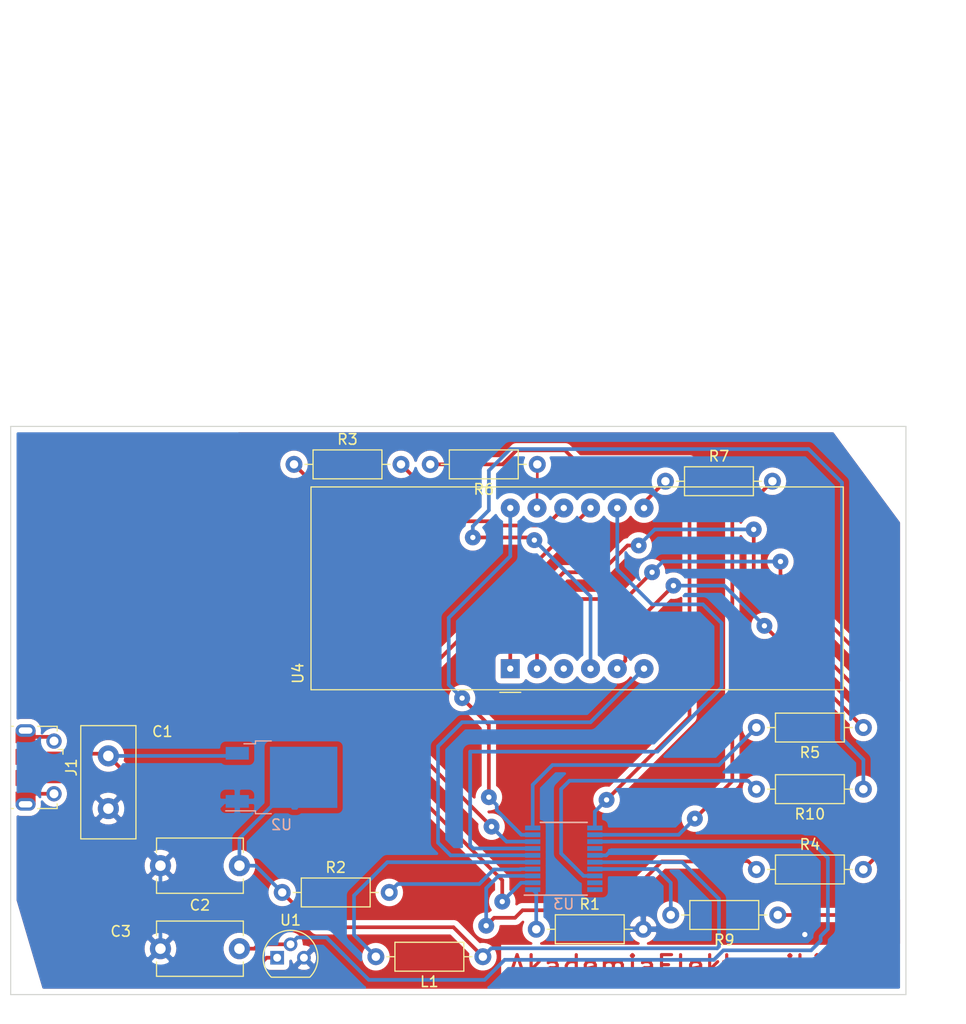
<source format=kicad_pcb>
(kicad_pcb (version 20171130) (host pcbnew 5.1.2-1.fc30)
  (layers (0 F.Cu signal) (31 B.Cu signal) (34 B.Paste user) (35 F.Paste user) (36 B.SilkS user) (37 F.SilkS user) (38 B.Mask user) (39 F.Mask user) (44 Edge.Cuts user))
  (net 0 "")
  (net 1 GND)
  (net 2 "Net-(R1-Pad1)")
  (net 3 "Net-(R2-Pad2)")
  (net 4 SF)
  (net 5 SE)
  (net 6 D4)
  (net 7 D3)
  (net 8 D2)
  (net 9 D1)
  (net 10 SG)
  (net 11 SA)
  (net 12 SB)
  (net 13 "Net-(U3-Pad14)")
  (net 14 SD)
  (net 15 SC)
  (net 16 "Net-(U3-Pad19)")
  (net 17 "Net-(U3-Pad20)")
  (net 18 "Net-(U4-Pad3)")
  (net 19 "Net-(C2-Pad1)")
  (net 20 "Net-(C3-Pad1)")
  (net 21 "Net-(L1-Pad2)")
  (net 22 "Net-(R3-Pad1)")
  (net 23 "Net-(R4-Pad1)")
  (net 24 "Net-(R5-Pad2)")
  (net 25 "Net-(R6-Pad2)")
  (net 26 "Net-(R7-Pad2)")
  (net 27 "Net-(R9-Pad2)")
  (net 28 "Net-(R10-Pad2)")
  (net 29 +5V)
  (net 30 "Net-(J1-Pad6)")
  (net 31 "Net-(J1-Pad2)")
  (net 32 "Net-(J1-Pad4)")
  (net 33 "Net-(J1-Pad3)")
  (module Resistor_THT:R_Axial_DIN0207_L6.3mm_D2.5mm_P10.16mm_Horizontal (layer F.Cu) (at 162.6 74.6)
    (fp_text reference R3 (at 5.08 -2.37) (layer F.SilkS))
    (fp_text value 470)
    (fp_line (start 9.12 0) (end 8.35 0) (layer F.SilkS) (width 0.12))
    (fp_line (start 1.04 0) (end 1.81 0) (layer F.SilkS) (width 0.12))
    (fp_line (start 8.35 -1.37) (end 1.81 -1.37) (layer F.SilkS) (width 0.12))
    (fp_line (start 8.35 1.37) (end 8.35 -1.37) (layer F.SilkS) (width 0.12))
    (fp_line (start 1.81 1.37) (end 8.35 1.37) (layer F.SilkS) (width 0.12))
    (fp_line (start 1.81 -1.37) (end 1.81 1.37) (layer F.SilkS) (width 0.12))
    (pad 2 thru_hole oval (at 10.16 0) (size 1.6 1.6) (drill 0.8) (layers *.Cu *.Mask) (net 4 SF))
    (pad 1 thru_hole circle (at 0 0) (size 1.6 1.6) (drill 0.8) (layers *.Cu *.Mask) (net 22 "Net-(R3-Pad1)"))
  )
  (module Display_7Segment:CA56-12CGKWA (layer F.Cu) (at 183.134 93.98 90)
    (fp_text reference U4 (at -0.44 -20.15 90) (layer F.SilkS))
    (fp_text value CA56-12CGKWA)
    (fp_line (start -2 -18.92) (end 17.24 -18.92) (layer F.SilkS) (width 0.12))
    (fp_line (start -2 -18.92) (end -2 31.62) (layer F.SilkS) (width 0.12))
    (fp_line (start -2 31.62) (end 17.24 31.62) (layer F.SilkS) (width 0.12))
    (fp_line (start 17.24 31.62) (end 17.24 -18.92) (layer F.SilkS) (width 0.12))
    (fp_line (start -2.25 -1) (end -2.25 1) (layer F.SilkS) (width 0.12))
    (pad 1 thru_hole rect (at 0 0 90) (size 1.8 1.8) (drill 0.6) (layers *.Cu *.Mask) (net 5 SE))
    (pad 2 thru_hole circle (at 0 2.54 90) (size 1.8 1.8) (drill 0.6) (layers *.Cu *.Mask) (net 14 SD))
    (pad 3 thru_hole circle (at 0 5.08 90) (size 1.8 1.8) (drill 0.6) (layers *.Cu *.Mask) (net 18 "Net-(U4-Pad3)"))
    (pad 4 thru_hole circle (at 0 7.62 90) (size 1.8 1.8) (drill 0.6) (layers *.Cu *.Mask) (net 15 SC))
    (pad 5 thru_hole circle (at 0 10.16 90) (size 1.8 1.8) (drill 0.6) (layers *.Cu *.Mask) (net 10 SG))
    (pad 6 thru_hole circle (at 0 12.7 90) (size 1.8 1.8) (drill 0.6) (layers *.Cu *.Mask) (net 6 D4))
    (pad 7 thru_hole circle (at 15.24 12.7 90) (size 1.8 1.8) (drill 0.6) (layers *.Cu *.Mask) (net 12 SB))
    (pad 8 thru_hole circle (at 15.24 10.16 90) (size 1.8 1.8) (drill 0.6) (layers *.Cu *.Mask) (net 7 D3))
    (pad 9 thru_hole circle (at 15.24 7.62 90) (size 1.8 1.8) (drill 0.6) (layers *.Cu *.Mask) (net 8 D2))
    (pad 10 thru_hole circle (at 15.24 5.08 90) (size 1.8 1.8) (drill 0.6) (layers *.Cu *.Mask) (net 4 SF))
    (pad 11 thru_hole circle (at 15.24 2.54 90) (size 1.8 1.8) (drill 0.6) (layers *.Cu *.Mask) (net 11 SA))
    (pad 12 thru_hole circle (at 15.24 0 90) (size 1.8 1.8) (drill 0.6) (layers *.Cu *.Mask) (net 9 D1))
  )
  (module Package_TO_SOT_THT:TO-92 (layer F.Cu) (at 161 121.4)
    (fp_text reference U1 (at 1.27 -3.56) (layer F.SilkS))
    (fp_text value LM35-LP)
    (fp_line (start -0.53 1.85) (end 3.07 1.85) (layer F.SilkS) (width 0.12))
    (fp_arc (start 1.27 0) (end 1.27 -2.6) (angle -135) (layer F.SilkS) (width 0.12))
    (fp_arc (start 1.27 0) (end 1.27 -2.6) (angle 135) (layer F.SilkS) (width 0.12))
    (pad 2 thru_hole circle (at 1.27 -1.27 90) (size 1.3 1.3) (drill 0.75) (layers *.Cu *.Mask) (net 20 "Net-(C3-Pad1)"))
    (pad 3 thru_hole circle (at 2.54 0 90) (size 1.3 1.3) (drill 0.75) (layers *.Cu *.Mask) (net 1 GND))
    (pad 1 thru_hole rect (at 0 0 90) (size 1.3 1.3) (drill 0.75) (layers *.Cu *.Mask) (net 29 +5V))
  )
  (module Package_TO_SOT_SMD:TO-252-2 (layer B.Cu) (at 161.414 104.288)
    (fp_text reference U2 (at 0 4.5) (layer B.SilkS) (effects (justify mirror)))
    (fp_text value LM1117-3.3)
    (fp_line (start -0.97 3.45) (end -2.47 3.45) (layer B.SilkS) (width 0.12))
    (fp_line (start -2.47 3.45) (end -2.47 3.18) (layer B.SilkS) (width 0.12))
    (fp_line (start -2.47 3.18) (end -5.3 3.18) (layer B.SilkS) (width 0.12))
    (fp_line (start -0.97 -3.45) (end -2.47 -3.45) (layer B.SilkS) (width 0.12))
    (fp_line (start -2.47 -3.45) (end -2.47 -3.18) (layer B.SilkS) (width 0.12))
    (fp_line (start -2.47 -3.18) (end -3.57 -3.18) (layer B.SilkS) (width 0.12))
    (pad 1 smd rect (at -4.2 2.28) (size 2.2 1.2) (layers B.Cu B.Paste B.Mask) (net 1 GND))
    (pad 3 smd rect (at -4.2 -2.28) (size 2.2 1.2) (layers B.Cu B.Paste B.Mask) (net 29 +5V))
    (pad 2 smd rect (at 2.1 0) (size 6.4 5.8) (layers B.Cu B.Mask) (net 19 "Net-(C2-Pad1)"))
  )
  (module Package_SO:TSSOP-20_4.4x6.5mm_P0.65mm (layer B.Cu) (at 188.214 112.014)
    (fp_text reference U3 (at 0 4.3) (layer B.SilkS) (effects (justify mirror)))
    (fp_text value STM32F030F4Px)
    (fp_line (start -2.225 -3.45) (end 2.225 -3.45) (layer B.SilkS) (width 0.15))
    (fp_line (start -3.75 3.45) (end 2.225 3.45) (layer B.SilkS) (width 0.15))
    (pad 1 smd rect (at -2.95 2.925) (size 1.45 0.45) (layers B.Cu B.Paste B.Mask) (net 2 "Net-(R1-Pad1)"))
    (pad 2 smd rect (at -2.95 2.275) (size 1.45 0.45) (layers B.Cu B.Paste B.Mask) (net 22 "Net-(R3-Pad1)"))
    (pad 3 smd rect (at -2.95 1.625) (size 1.45 0.45) (layers B.Cu B.Paste B.Mask) (net 23 "Net-(R4-Pad1)"))
    (pad 4 smd rect (at -2.95 0.975) (size 1.45 0.45) (layers B.Cu B.Paste B.Mask) (net 3 "Net-(R2-Pad2)"))
    (pad 5 smd rect (at -2.95 0.325) (size 1.45 0.45) (layers B.Cu B.Paste B.Mask) (net 21 "Net-(L1-Pad2)"))
    (pad 6 smd rect (at -2.95 -0.325) (size 1.45 0.45) (layers B.Cu B.Paste B.Mask) (net 6 D4))
    (pad 7 smd rect (at -2.95 -0.975) (size 1.45 0.45) (layers B.Cu B.Paste B.Mask) (net 7 D3))
    (pad 8 smd rect (at -2.95 -1.625) (size 1.45 0.45) (layers B.Cu B.Paste B.Mask) (net 8 D2))
    (pad 9 smd rect (at -2.95 -2.275) (size 1.45 0.45) (layers B.Cu B.Paste B.Mask) (net 9 D1))
    (pad 10 smd rect (at -2.95 -2.925) (size 1.45 0.45) (layers B.Cu B.Paste B.Mask) (net 24 "Net-(R5-Pad2)"))
    (pad 11 smd rect (at 2.95 -2.925) (size 1.45 0.45) (layers B.Cu B.Paste B.Mask) (net 25 "Net-(R6-Pad2)"))
    (pad 12 smd rect (at 2.95 -2.275) (size 1.45 0.45) (layers B.Cu B.Paste B.Mask) (net 26 "Net-(R7-Pad2)"))
    (pad 13 smd rect (at 2.95 -1.625) (size 1.45 0.45) (layers B.Cu B.Paste B.Mask) (net 20 "Net-(C3-Pad1)"))
    (pad 14 smd rect (at 2.95 -0.975) (size 1.45 0.45) (layers B.Cu B.Paste B.Mask) (net 13 "Net-(U3-Pad14)"))
    (pad 15 smd rect (at 2.95 -0.325) (size 1.45 0.45) (layers B.Cu B.Paste B.Mask) (net 1 GND))
    (pad 16 smd rect (at 2.95 0.325) (size 1.45 0.45) (layers B.Cu B.Paste B.Mask) (net 19 "Net-(C2-Pad1)"))
    (pad 17 smd rect (at 2.95 0.975) (size 1.45 0.45) (layers B.Cu B.Paste B.Mask) (net 27 "Net-(R9-Pad2)"))
    (pad 18 smd rect (at 2.95 1.625) (size 1.45 0.45) (layers B.Cu B.Paste B.Mask) (net 28 "Net-(R10-Pad2)"))
    (pad 19 smd rect (at 2.95 2.275) (size 1.45 0.45) (layers B.Cu B.Paste B.Mask) (net 16 "Net-(U3-Pad19)"))
    (pad 20 smd rect (at 2.95 2.925) (size 1.45 0.45) (layers B.Cu B.Paste B.Mask) (net 17 "Net-(U3-Pad20)"))
  )
  (module Capacitor_THT:C_Disc_D10.5mm_W5.0mm_P5.00mm (layer F.Cu) (at 144.972 102.256 270)
    (fp_text reference C1 (at -2.306 -5.128 180) (layer F.SilkS))
    (fp_text value 100n)
    (fp_line (start -2.87 -2.62) (end 7.87 -2.62) (layer F.SilkS) (width 0.12))
    (fp_line (start -2.87 2.62) (end 7.87 2.62) (layer F.SilkS) (width 0.12))
    (fp_line (start -2.87 -2.62) (end -2.87 2.62) (layer F.SilkS) (width 0.12))
    (fp_line (start 7.87 -2.62) (end 7.87 2.62) (layer F.SilkS) (width 0.12))
    (pad 1 thru_hole circle (at 0 0 270) (size 2 2) (drill 1) (layers *.Cu *.Mask) (net 29 +5V))
    (pad 2 thru_hole circle (at 5 0 270) (size 2 2) (drill 1) (layers *.Cu *.Mask) (net 1 GND))
  )
  (module Capacitor_THT:C_Disc_D8.0mm_W5.0mm_P7.50mm (layer F.Cu) (at 157.418 112.67 180)
    (fp_text reference C2 (at 3.75 -3.75) (layer F.SilkS))
    (fp_text value 100n)
    (fp_line (start 7.87 1.256) (end 7.87 2.62) (layer F.SilkS) (width 0.12))
    (fp_line (start 7.87 -2.62) (end 7.87 -1.256) (layer F.SilkS) (width 0.12))
    (fp_line (start -0.37 1.256) (end -0.37 2.62) (layer F.SilkS) (width 0.12))
    (fp_line (start -0.37 -2.62) (end -0.37 -1.256) (layer F.SilkS) (width 0.12))
    (fp_line (start -0.37 2.62) (end 7.87 2.62) (layer F.SilkS) (width 0.12))
    (fp_line (start -0.37 -2.62) (end 7.87 -2.62) (layer F.SilkS) (width 0.12))
    (pad 2 thru_hole circle (at 7.5 0 180) (size 2 2) (drill 1) (layers *.Cu *.Mask) (net 1 GND))
    (pad 1 thru_hole circle (at 0 0 180) (size 2 2) (drill 1) (layers *.Cu *.Mask) (net 19 "Net-(C2-Pad1)"))
  )
  (module Capacitor_THT:C_Disc_D8.0mm_W5.0mm_P7.50mm (layer F.Cu) (at 157.418 120.544 180)
    (fp_text reference C3 (at 11.268 1.644) (layer F.SilkS))
    (fp_text value 100n)
    (fp_line (start -0.37 -2.62) (end 7.87 -2.62) (layer F.SilkS) (width 0.12))
    (fp_line (start -0.37 2.62) (end 7.87 2.62) (layer F.SilkS) (width 0.12))
    (fp_line (start -0.37 -2.62) (end -0.37 -1.256) (layer F.SilkS) (width 0.12))
    (fp_line (start -0.37 1.256) (end -0.37 2.62) (layer F.SilkS) (width 0.12))
    (fp_line (start 7.87 -2.62) (end 7.87 -1.256) (layer F.SilkS) (width 0.12))
    (fp_line (start 7.87 1.256) (end 7.87 2.62) (layer F.SilkS) (width 0.12))
    (pad 1 thru_hole circle (at 0 0 180) (size 2 2) (drill 1) (layers *.Cu *.Mask) (net 20 "Net-(C3-Pad1)"))
    (pad 2 thru_hole circle (at 7.5 0 180) (size 2 2) (drill 1) (layers *.Cu *.Mask) (net 1 GND))
  )
  (module Resistor_THT:R_Axial_DIN0207_L6.3mm_D2.5mm_P10.16mm_Horizontal (layer F.Cu) (at 180.532 121.306 180)
    (fp_text reference L1 (at 5.08 -2.37) (layer F.SilkS))
    (fp_text value 10uH)
    (fp_line (start 9.12 0) (end 8.35 0) (layer F.SilkS) (width 0.12))
    (fp_line (start 1.04 0) (end 1.81 0) (layer F.SilkS) (width 0.12))
    (fp_line (start 8.35 -1.37) (end 1.81 -1.37) (layer F.SilkS) (width 0.12))
    (fp_line (start 8.35 1.37) (end 8.35 -1.37) (layer F.SilkS) (width 0.12))
    (fp_line (start 1.81 1.37) (end 8.35 1.37) (layer F.SilkS) (width 0.12))
    (fp_line (start 1.81 -1.37) (end 1.81 1.37) (layer F.SilkS) (width 0.12))
    (pad 2 thru_hole oval (at 10.16 0 180) (size 1.6 1.6) (drill 0.8) (layers *.Cu *.Mask) (net 21 "Net-(L1-Pad2)"))
    (pad 1 thru_hole circle (at 0 0 180) (size 1.6 1.6) (drill 0.8) (layers *.Cu *.Mask) (net 19 "Net-(C2-Pad1)"))
  )
  (module Resistor_THT:R_Axial_DIN0207_L6.3mm_D2.5mm_P10.16mm_Horizontal (layer F.Cu) (at 185.6 118.7)
    (fp_text reference R1 (at 5.08 -2.37) (layer F.SilkS))
    (fp_text value 10k)
    (fp_line (start 1.81 -1.37) (end 1.81 1.37) (layer F.SilkS) (width 0.12))
    (fp_line (start 1.81 1.37) (end 8.35 1.37) (layer F.SilkS) (width 0.12))
    (fp_line (start 8.35 1.37) (end 8.35 -1.37) (layer F.SilkS) (width 0.12))
    (fp_line (start 8.35 -1.37) (end 1.81 -1.37) (layer F.SilkS) (width 0.12))
    (fp_line (start 1.04 0) (end 1.81 0) (layer F.SilkS) (width 0.12))
    (fp_line (start 9.12 0) (end 8.35 0) (layer F.SilkS) (width 0.12))
    (pad 1 thru_hole circle (at 0 0) (size 1.6 1.6) (drill 0.8) (layers *.Cu *.Mask) (net 2 "Net-(R1-Pad1)"))
    (pad 2 thru_hole oval (at 10.16 0) (size 1.6 1.6) (drill 0.8) (layers *.Cu *.Mask) (net 1 GND))
  )
  (module Resistor_THT:R_Axial_DIN0207_L6.3mm_D2.5mm_P10.16mm_Horizontal (layer F.Cu) (at 161.482 115.21)
    (fp_text reference R2 (at 5.08 -2.37) (layer F.SilkS))
    (fp_text value 10k)
    (fp_line (start 9.12 0) (end 8.35 0) (layer F.SilkS) (width 0.12))
    (fp_line (start 1.04 0) (end 1.81 0) (layer F.SilkS) (width 0.12))
    (fp_line (start 8.35 -1.37) (end 1.81 -1.37) (layer F.SilkS) (width 0.12))
    (fp_line (start 8.35 1.37) (end 8.35 -1.37) (layer F.SilkS) (width 0.12))
    (fp_line (start 1.81 1.37) (end 8.35 1.37) (layer F.SilkS) (width 0.12))
    (fp_line (start 1.81 -1.37) (end 1.81 1.37) (layer F.SilkS) (width 0.12))
    (pad 2 thru_hole oval (at 10.16 0) (size 1.6 1.6) (drill 0.8) (layers *.Cu *.Mask) (net 3 "Net-(R2-Pad2)"))
    (pad 1 thru_hole circle (at 0 0) (size 1.6 1.6) (drill 0.8) (layers *.Cu *.Mask) (net 19 "Net-(C2-Pad1)"))
  )
  (module Resistor_THT:R_Axial_DIN0207_L6.3mm_D2.5mm_P10.16mm_Horizontal (layer F.Cu) (at 206.502 113.03)
    (fp_text reference R4 (at 5.08 -2.37) (layer F.SilkS))
    (fp_text value 470)
    (fp_line (start 1.81 -1.37) (end 1.81 1.37) (layer F.SilkS) (width 0.12))
    (fp_line (start 1.81 1.37) (end 8.35 1.37) (layer F.SilkS) (width 0.12))
    (fp_line (start 8.35 1.37) (end 8.35 -1.37) (layer F.SilkS) (width 0.12))
    (fp_line (start 8.35 -1.37) (end 1.81 -1.37) (layer F.SilkS) (width 0.12))
    (fp_line (start 1.04 0) (end 1.81 0) (layer F.SilkS) (width 0.12))
    (fp_line (start 9.12 0) (end 8.35 0) (layer F.SilkS) (width 0.12))
    (pad 1 thru_hole circle (at 0 0) (size 1.6 1.6) (drill 0.8) (layers *.Cu *.Mask) (net 23 "Net-(R4-Pad1)"))
    (pad 2 thru_hole oval (at 10.16 0) (size 1.6 1.6) (drill 0.8) (layers *.Cu *.Mask) (net 5 SE))
  )
  (module Resistor_THT:R_Axial_DIN0207_L6.3mm_D2.5mm_P10.16mm_Horizontal (layer F.Cu) (at 216.662 99.568 180)
    (fp_text reference R5 (at 5.08 -2.37) (layer F.SilkS))
    (fp_text value 470)
    (fp_line (start 9.12 0) (end 8.35 0) (layer F.SilkS) (width 0.12))
    (fp_line (start 1.04 0) (end 1.81 0) (layer F.SilkS) (width 0.12))
    (fp_line (start 8.35 -1.37) (end 1.81 -1.37) (layer F.SilkS) (width 0.12))
    (fp_line (start 8.35 1.37) (end 8.35 -1.37) (layer F.SilkS) (width 0.12))
    (fp_line (start 1.81 1.37) (end 8.35 1.37) (layer F.SilkS) (width 0.12))
    (fp_line (start 1.81 -1.37) (end 1.81 1.37) (layer F.SilkS) (width 0.12))
    (pad 2 thru_hole oval (at 10.16 0 180) (size 1.6 1.6) (drill 0.8) (layers *.Cu *.Mask) (net 24 "Net-(R5-Pad2)"))
    (pad 1 thru_hole circle (at 0 0 180) (size 1.6 1.6) (drill 0.8) (layers *.Cu *.Mask) (net 10 SG))
  )
  (module Resistor_THT:R_Axial_DIN0207_L6.3mm_D2.5mm_P10.16mm_Horizontal (layer F.Cu) (at 185.7 74.6 180)
    (fp_text reference R6 (at 5.08 -2.37) (layer F.SilkS))
    (fp_text value 470)
    (fp_line (start 1.81 -1.37) (end 1.81 1.37) (layer F.SilkS) (width 0.12))
    (fp_line (start 1.81 1.37) (end 8.35 1.37) (layer F.SilkS) (width 0.12))
    (fp_line (start 8.35 1.37) (end 8.35 -1.37) (layer F.SilkS) (width 0.12))
    (fp_line (start 8.35 -1.37) (end 1.81 -1.37) (layer F.SilkS) (width 0.12))
    (fp_line (start 1.04 0) (end 1.81 0) (layer F.SilkS) (width 0.12))
    (fp_line (start 9.12 0) (end 8.35 0) (layer F.SilkS) (width 0.12))
    (pad 1 thru_hole circle (at 0 0 180) (size 1.6 1.6) (drill 0.8) (layers *.Cu *.Mask) (net 11 SA))
    (pad 2 thru_hole oval (at 10.16 0 180) (size 1.6 1.6) (drill 0.8) (layers *.Cu *.Mask) (net 25 "Net-(R6-Pad2)"))
  )
  (module Resistor_THT:R_Axial_DIN0207_L6.3mm_D2.5mm_P10.16mm_Horizontal (layer F.Cu) (at 197.866 76.2)
    (fp_text reference R7 (at 5.08 -2.37) (layer F.SilkS))
    (fp_text value 470)
    (fp_line (start 1.81 -1.37) (end 1.81 1.37) (layer F.SilkS) (width 0.12))
    (fp_line (start 1.81 1.37) (end 8.35 1.37) (layer F.SilkS) (width 0.12))
    (fp_line (start 8.35 1.37) (end 8.35 -1.37) (layer F.SilkS) (width 0.12))
    (fp_line (start 8.35 -1.37) (end 1.81 -1.37) (layer F.SilkS) (width 0.12))
    (fp_line (start 1.04 0) (end 1.81 0) (layer F.SilkS) (width 0.12))
    (fp_line (start 9.12 0) (end 8.35 0) (layer F.SilkS) (width 0.12))
    (pad 1 thru_hole circle (at 0 0) (size 1.6 1.6) (drill 0.8) (layers *.Cu *.Mask) (net 12 SB))
    (pad 2 thru_hole oval (at 10.16 0) (size 1.6 1.6) (drill 0.8) (layers *.Cu *.Mask) (net 26 "Net-(R7-Pad2)"))
  )
  (module Resistor_THT:R_Axial_DIN0207_L6.3mm_D2.5mm_P10.16mm_Horizontal (layer F.Cu) (at 208.534 117.348 180)
    (fp_text reference R9 (at 5.08 -2.37) (layer F.SilkS))
    (fp_text value 470)
    (fp_line (start 9.12 0) (end 8.35 0) (layer F.SilkS) (width 0.12))
    (fp_line (start 1.04 0) (end 1.81 0) (layer F.SilkS) (width 0.12))
    (fp_line (start 8.35 -1.37) (end 1.81 -1.37) (layer F.SilkS) (width 0.12))
    (fp_line (start 8.35 1.37) (end 8.35 -1.37) (layer F.SilkS) (width 0.12))
    (fp_line (start 1.81 1.37) (end 8.35 1.37) (layer F.SilkS) (width 0.12))
    (fp_line (start 1.81 -1.37) (end 1.81 1.37) (layer F.SilkS) (width 0.12))
    (pad 2 thru_hole oval (at 10.16 0 180) (size 1.6 1.6) (drill 0.8) (layers *.Cu *.Mask) (net 27 "Net-(R9-Pad2)"))
    (pad 1 thru_hole circle (at 0 0 180) (size 1.6 1.6) (drill 0.8) (layers *.Cu *.Mask) (net 14 SD))
  )
  (module Resistor_THT:R_Axial_DIN0207_L6.3mm_D2.5mm_P10.16mm_Horizontal (layer F.Cu) (at 216.662 105.41 180)
    (fp_text reference R10 (at 5.08 -2.37) (layer F.SilkS))
    (fp_text value 470)
    (fp_line (start 1.81 -1.37) (end 1.81 1.37) (layer F.SilkS) (width 0.12))
    (fp_line (start 1.81 1.37) (end 8.35 1.37) (layer F.SilkS) (width 0.12))
    (fp_line (start 8.35 1.37) (end 8.35 -1.37) (layer F.SilkS) (width 0.12))
    (fp_line (start 8.35 -1.37) (end 1.81 -1.37) (layer F.SilkS) (width 0.12))
    (fp_line (start 1.04 0) (end 1.81 0) (layer F.SilkS) (width 0.12))
    (fp_line (start 9.12 0) (end 8.35 0) (layer F.SilkS) (width 0.12))
    (pad 1 thru_hole circle (at 0 0 180) (size 1.6 1.6) (drill 0.8) (layers *.Cu *.Mask) (net 15 SC))
    (pad 2 thru_hole oval (at 10.16 0 180) (size 1.6 1.6) (drill 0.8) (layers *.Cu *.Mask) (net 28 "Net-(R10-Pad2)"))
  )
  (module Connector_USB:USB_Micro-B_Molex-105017-0001 (layer F.Cu) (at 138.35 103.35 270)
    (fp_text reference J1 (at 0 -3.1125 90) (layer F.SilkS))
    (fp_text value USB_B_Micro)
    (fp_line (start -3.9 -1.7625) (end -3.45 -1.7625) (layer F.SilkS) (width 0.12))
    (fp_line (start -3.9 0.0875) (end -3.9 -1.7625) (layer F.SilkS) (width 0.12))
    (fp_line (start 3.9 2.6375) (end 3.9 2.3875) (layer F.SilkS) (width 0.12))
    (fp_line (start -3.9 2.6375) (end -3.9 2.3875) (layer F.SilkS) (width 0.12))
    (fp_line (start 3.9 0.0875) (end 3.9 -1.7625) (layer F.SilkS) (width 0.12))
    (fp_line (start 3.9 -1.7625) (end 3.45 -1.7625) (layer F.SilkS) (width 0.12))
    (fp_line (start -1.7 -2.3125) (end -1.25 -2.3125) (layer F.SilkS) (width 0.12))
    (fp_line (start -1.7 -2.3125) (end -1.7 -1.8625) (layer F.SilkS) (width 0.12))
    (pad 6 smd rect (at 1 1.2375 270) (size 1.5 1.9) (layers F.Cu F.Paste F.Mask) (net 30 "Net-(J1-Pad6)"))
    (pad 6 thru_hole circle (at -2.5 -1.4625 270) (size 1.45 1.45) (drill 0.85) (layers *.Cu *.Mask) (net 30 "Net-(J1-Pad6)"))
    (pad 2 smd rect (at -0.65 -1.4625 270) (size 0.4 1.35) (layers F.Cu F.Paste F.Mask) (net 31 "Net-(J1-Pad2)"))
    (pad 1 smd rect (at -1.3 -1.4625 270) (size 0.4 1.35) (layers F.Cu F.Paste F.Mask) (net 29 +5V))
    (pad 5 smd rect (at 1.3 -1.4625 270) (size 0.4 1.35) (layers F.Cu F.Paste F.Mask) (net 1 GND))
    (pad 4 smd rect (at 0.65 -1.4625 270) (size 0.4 1.35) (layers F.Cu F.Paste F.Mask) (net 32 "Net-(J1-Pad4)"))
    (pad 3 smd rect (at 0 -1.4625 270) (size 0.4 1.35) (layers F.Cu F.Paste F.Mask) (net 33 "Net-(J1-Pad3)"))
    (pad 6 thru_hole circle (at 2.5 -1.4625 270) (size 1.45 1.45) (drill 0.85) (layers *.Cu *.Mask) (net 30 "Net-(J1-Pad6)"))
    (pad 6 smd rect (at -1 1.2375 270) (size 1.5 1.9) (layers F.Cu F.Paste F.Mask) (net 30 "Net-(J1-Pad6)"))
    (pad 6 thru_hole oval (at -3.5 1.2375 90) (size 1.2 1.9) (drill oval 0.6 1.3) (layers *.Cu *.Mask) (net 30 "Net-(J1-Pad6)"))
    (pad 6 thru_hole oval (at 3.5 1.2375 270) (size 1.2 1.9) (drill oval 0.6 1.3) (layers *.Cu *.Mask) (net 30 "Net-(J1-Pad6)"))
    (pad 6 smd rect (at 2.9 1.2375 270) (size 1.2 1.9) (layers F.Cu F.Mask) (net 30 "Net-(J1-Pad6)"))
    (pad 6 smd rect (at -2.9 1.2375 270) (size 1.2 1.9) (layers F.Cu F.Mask) (net 30 "Net-(J1-Pad6)"))
  )
  (gr_line (start 135.7 71) (end 220.7 71) (layer Edge.Cuts) (width 0.1))
  (gr_line (start 135.7 124.9) (end 135.7 71) (layer Edge.Cuts) (width 0.1))
  (gr_line (start 220.7 124.9) (end 135.7 124.9) (layer Edge.Cuts) (width 0.1))
  (gr_line (start 220.7 71) (end 220.7 124.9) (layer Edge.Cuts) (width 0.1))
  (gr_text "AkademiaElektroniki.com\n" (at 201.4 122.2) (layer F.Cu) (effects (font (size 2 2) (thickness 0.3))))
  (segment (start 144.972 102.256) (end 156.966 102.256) (width 0.35) (layer B.Cu) (net 29))
  (segment (start 160 121.4) (end 161 121.4) (width 0.35) (layer F.Cu) (net 29))
  (segment (start 158.9 122.5) (end 160 121.4) (width 0.35) (layer F.Cu) (net 29))
  (segment (start 192.735001 111.192999) (end 210.760999 111.192999) (width 0.35) (layer B.Cu) (net 1))
  (segment (start 191.164 111.689) (end 192.239 111.689) (width 0.35) (layer B.Cu) (net 1))
  (segment (start 192.239 111.689) (end 192.735001 111.192999) (width 0.35) (layer B.Cu) (net 1))
  (segment (start 210.760999 111.192999) (end 211.836 112.268) (width 0.35) (layer B.Cu) (net 1))
  (via (at 211.1 119.2) (size 1.5) (drill 0.5) (layers F.Cu B.Cu) (net 1))
  (segment (start 144.972 107.256) (end 149.918 112.202) (width 0.35) (layer B.Cu) (net 1))
  (segment (start 149.918 112.67) (end 156.02 106.568) (width 0.35) (layer B.Cu) (net 1))
  (segment (start 149.918 120.544) (end 149.918 112.67) (width 0.35) (layer B.Cu) (net 1))
  (segment (start 211.836 117.40334) (end 211.836 116.036) (width 0.35) (layer B.Cu) (net 1))
  (segment (start 211.836 112.268) (end 211.836 116.036) (width 0.35) (layer B.Cu) (net 1))
  (segment (start 211.1 118.13934) (end 211.836 117.40334) (width 0.35) (layer B.Cu) (net 1))
  (segment (start 211.1 119.2) (end 211.1 118.13934) (width 0.35) (layer B.Cu) (net 1))
  (segment (start 142.366 104.65) (end 143.972001 106.256001) (width 0.35) (layer F.Cu) (net 1))
  (segment (start 143.972001 106.256001) (end 144.972 107.256) (width 0.35) (layer F.Cu) (net 1))
  (segment (start 139.8125 104.65) (end 142.366 104.65) (width 0.35) (layer F.Cu) (net 1))
  (segment (start 185.6 115.275) (end 185.264 114.939) (width 0.35) (layer B.Cu) (net 2))
  (segment (start 185.6 118.7) (end 185.6 115.275) (width 0.35) (layer B.Cu) (net 2))
  (segment (start 185.264 112.989) (end 184.109 112.989) (width 0.35) (layer B.Cu) (net 3))
  (segment (start 184.109 112.989) (end 184.068 113.03) (width 0.35) (layer B.Cu) (net 3))
  (segment (start 180.189999 114.410001) (end 181.57 113.03) (width 0.35) (layer B.Cu) (net 3))
  (segment (start 172.441999 114.410001) (end 180.189999 114.410001) (width 0.35) (layer B.Cu) (net 3))
  (segment (start 184.068 113.03) (end 181.57 113.03) (width 0.35) (layer B.Cu) (net 3))
  (segment (start 171.642 115.21) (end 172.441999 114.410001) (width 0.35) (layer B.Cu) (net 3))
  (segment (start 172.76 74.6) (end 178.16 80) (width 0.35) (layer F.Cu) (net 4))
  (segment (start 178.16 80) (end 181.7 80) (width 0.35) (layer F.Cu) (net 4))
  (segment (start 181.7 80) (end 182.1 80.4) (width 0.35) (layer F.Cu) (net 4))
  (segment (start 186.554 80.4) (end 188.214 78.74) (width 0.35) (layer F.Cu) (net 4))
  (segment (start 182.1 80.4) (end 186.554 80.4) (width 0.35) (layer F.Cu) (net 4))
  (via (at 206.248 80.772) (size 1.5) (drill 0.5) (layers F.Cu B.Cu) (net 5))
  (via (at 195.326 82.296) (size 1.5) (drill 0.5) (layers F.Cu B.Cu) (net 5))
  (segment (start 206.248 80.772) (end 196.85 80.772) (width 0.35) (layer B.Cu) (net 5))
  (segment (start 196.85 80.772) (end 195.326 82.296) (width 0.35) (layer B.Cu) (net 5))
  (segment (start 194.26534 82.296) (end 191.72534 84.836) (width 0.35) (layer F.Cu) (net 5))
  (segment (start 195.326 82.296) (end 194.26534 82.296) (width 0.35) (layer F.Cu) (net 5))
  (segment (start 191.72534 84.836) (end 188.214 84.836) (width 0.35) (layer F.Cu) (net 5))
  (segment (start 183.134 89.916) (end 183.134 93.98) (width 0.35) (layer F.Cu) (net 5))
  (segment (start 188.214 84.836) (end 183.134 89.916) (width 0.35) (layer F.Cu) (net 5))
  (segment (start 206.248 80.772) (end 206.248 85.598) (width 0.35) (layer F.Cu) (net 5))
  (segment (start 206.248 85.598) (end 210.82 90.17) (width 0.35) (layer F.Cu) (net 5))
  (segment (start 210.82 90.17) (end 210.82 90.678) (width 0.35) (layer F.Cu) (net 5))
  (segment (start 210.82 90.678) (end 218.694 98.552) (width 0.35) (layer F.Cu) (net 5))
  (segment (start 218.694 110.998) (end 216.662 113.03) (width 0.35) (layer F.Cu) (net 5))
  (segment (start 218.694 98.552) (end 218.694 110.998) (width 0.35) (layer F.Cu) (net 5))
  (segment (start 177.475 111.689) (end 185.264 111.689) (width 0.35) (layer B.Cu) (net 6))
  (segment (start 190.754 99.06) (end 178.562 99.06) (width 0.35) (layer B.Cu) (net 6))
  (segment (start 176.276 110.49) (end 177.475 111.689) (width 0.35) (layer B.Cu) (net 6))
  (segment (start 178.562 99.06) (end 176.276 101.346) (width 0.35) (layer B.Cu) (net 6))
  (segment (start 195.834 93.98) (end 190.754 99.06) (width 0.35) (layer B.Cu) (net 6))
  (segment (start 176.276 101.346) (end 176.276 110.49) (width 0.35) (layer B.Cu) (net 6))
  (segment (start 193.294 78.74) (end 193.294 84.582) (width 0.35) (layer B.Cu) (net 7))
  (segment (start 193.294 84.582) (end 196.596 87.884) (width 0.35) (layer B.Cu) (net 7))
  (segment (start 196.596 87.884) (end 201.422 87.884) (width 0.35) (layer B.Cu) (net 7))
  (segment (start 201.422 87.884) (end 203.2 89.662) (width 0.35) (layer B.Cu) (net 7))
  (segment (start 203.2 89.662) (end 203.2 95.758) (width 0.35) (layer B.Cu) (net 7))
  (segment (start 203.2 95.758) (end 197.104 101.854) (width 0.35) (layer B.Cu) (net 7))
  (segment (start 197.104 101.854) (end 179.324 101.854) (width 0.35) (layer B.Cu) (net 7))
  (segment (start 179.324 101.854) (end 179.324 110.744) (width 0.35) (layer B.Cu) (net 7))
  (segment (start 179.619 111.039) (end 185.264 111.039) (width 0.35) (layer B.Cu) (net 7))
  (segment (start 179.324 110.744) (end 179.619 111.039) (width 0.35) (layer B.Cu) (net 7))
  (segment (start 190.754 78.74) (end 174.498 94.996) (width 0.35) (layer F.Cu) (net 8))
  (via (at 181.356 108.966) (size 1.5) (drill 0.5) (layers F.Cu B.Cu) (net 8))
  (segment (start 174.498 94.996) (end 174.498 102.108) (width 0.35) (layer F.Cu) (net 8))
  (segment (start 174.498 102.108) (end 181.356 108.966) (width 0.35) (layer F.Cu) (net 8))
  (segment (start 182.779 110.389) (end 185.264 110.389) (width 0.35) (layer B.Cu) (net 8))
  (segment (start 181.356 108.966) (end 182.779 110.389) (width 0.35) (layer B.Cu) (net 8))
  (segment (start 183.134 78.74) (end 183.134 83.312) (width 0.35) (layer B.Cu) (net 9))
  (segment (start 183.134 83.312) (end 177.292 89.154) (width 0.35) (layer B.Cu) (net 9))
  (via (at 178.562 96.774) (size 1.5) (drill 0.5) (layers F.Cu B.Cu) (net 9))
  (segment (start 177.292 89.154) (end 177.292 95.504) (width 0.35) (layer B.Cu) (net 9))
  (segment (start 177.292 95.504) (end 178.562 96.774) (width 0.35) (layer B.Cu) (net 9))
  (via (at 181.102 106.172) (size 1.5) (drill 0.5) (layers F.Cu B.Cu) (net 9))
  (segment (start 178.562 96.774) (end 181.102 99.314) (width 0.35) (layer F.Cu) (net 9))
  (segment (start 181.102 99.314) (end 181.102 106.172) (width 0.35) (layer F.Cu) (net 9))
  (segment (start 184.189 109.739) (end 185.264 109.739) (width 0.35) (layer B.Cu) (net 9))
  (segment (start 181.851999 107.401999) (end 184.189 109.739) (width 0.35) (layer B.Cu) (net 9))
  (segment (start 181.851999 106.921999) (end 181.851999 107.401999) (width 0.35) (layer B.Cu) (net 9))
  (segment (start 181.102 106.172) (end 181.851999 106.921999) (width 0.35) (layer B.Cu) (net 9))
  (via (at 207.264 89.916) (size 1.5) (drill 0.5) (layers F.Cu B.Cu) (net 10))
  (segment (start 207.264 89.916) (end 203.454 86.106) (width 0.35) (layer B.Cu) (net 10))
  (via (at 198.628 86.106) (size 1.5) (drill 0.5) (layers F.Cu B.Cu) (net 10))
  (segment (start 203.454 86.106) (end 198.628 86.106) (width 0.35) (layer B.Cu) (net 10))
  (segment (start 198.628 86.106) (end 194.056 90.678) (width 0.35) (layer F.Cu) (net 10))
  (segment (start 194.056 93.218) (end 193.294 93.98) (width 0.35) (layer F.Cu) (net 10))
  (segment (start 194.056 90.678) (end 194.056 93.218) (width 0.35) (layer F.Cu) (net 10))
  (segment (start 207.264 89.916) (end 208.28 90.932) (width 0.35) (layer F.Cu) (net 10))
  (segment (start 208.28 91.186) (end 216.662 99.568) (width 0.35) (layer F.Cu) (net 10))
  (segment (start 208.28 90.932) (end 208.28 91.186) (width 0.35) (layer F.Cu) (net 10))
  (segment (start 185.928 78.486) (end 185.674 78.74) (width 0.35) (layer B.Cu) (net 11))
  (segment (start 185.7 76.174) (end 185.7 74.6) (width 0.25) (layer F.Cu) (net 11))
  (segment (start 185.674 78.74) (end 185.674 76.2) (width 0.25) (layer F.Cu) (net 11))
  (segment (start 185.674 76.2) (end 185.7 76.174) (width 0.25) (layer F.Cu) (net 11))
  (segment (start 195.834 78.232) (end 197.866 76.2) (width 0.35) (layer F.Cu) (net 12))
  (segment (start 195.834 78.74) (end 195.834 78.232) (width 0.35) (layer F.Cu) (net 12))
  (via (at 208.788 83.82) (size 1.5) (drill 0.5) (layers F.Cu B.Cu) (net 14))
  (via (at 196.596 84.836) (size 1.5) (drill 0.5) (layers F.Cu B.Cu) (net 14))
  (segment (start 208.788 83.82) (end 197.612 83.82) (width 0.35) (layer B.Cu) (net 14))
  (segment (start 197.612 83.82) (end 196.596 84.836) (width 0.35) (layer B.Cu) (net 14))
  (segment (start 196.596 84.836) (end 194.056 87.376) (width 0.35) (layer F.Cu) (net 14))
  (segment (start 194.056 87.376) (end 187.706 87.376) (width 0.35) (layer F.Cu) (net 14))
  (segment (start 185.674 89.408) (end 185.674 93.98) (width 0.35) (layer F.Cu) (net 14))
  (segment (start 187.706 87.376) (end 185.674 89.408) (width 0.35) (layer F.Cu) (net 14))
  (segment (start 208.788 83.82) (end 208.788 85.09) (width 0.35) (layer F.Cu) (net 14))
  (segment (start 208.534 117.348) (end 217.424 117.348) (width 0.35) (layer F.Cu) (net 14))
  (segment (start 219.71 115.062) (end 218.948 115.824) (width 0.35) (layer F.Cu) (net 14))
  (segment (start 219.71 96.012) (end 219.71 115.062) (width 0.35) (layer F.Cu) (net 14))
  (segment (start 208.788 85.09) (end 219.71 96.012) (width 0.35) (layer F.Cu) (net 14))
  (segment (start 217.424 117.348) (end 218.948 115.824) (width 0.35) (layer F.Cu) (net 14))
  (via (at 179.578 81.534) (size 1.5) (drill 0.5) (layers F.Cu B.Cu) (net 15))
  (segment (start 179.578 81.534) (end 185.166 81.534) (width 0.35) (layer F.Cu) (net 15))
  (via (at 185.42 81.788) (size 1.5) (drill 0.5) (layers F.Cu B.Cu) (net 15))
  (segment (start 185.166 81.534) (end 185.42 81.788) (width 0.35) (layer F.Cu) (net 15))
  (segment (start 190.754 87.122) (end 190.754 93.98) (width 0.35) (layer B.Cu) (net 15))
  (segment (start 185.42 81.788) (end 190.754 87.122) (width 0.35) (layer B.Cu) (net 15))
  (segment (start 216.662 102.616) (end 214.63 100.584) (width 0.35) (layer B.Cu) (net 15))
  (segment (start 216.662 105.41) (end 216.662 102.616) (width 0.35) (layer B.Cu) (net 15))
  (segment (start 214.63 81.534) (end 214.63 76.33) (width 0.25) (layer B.Cu) (net 15))
  (segment (start 211.452 73.152) (end 214.63 76.33) (width 0.35) (layer B.Cu) (net 15))
  (segment (start 179.578 80.47334) (end 181.102 78.94934) (width 0.35) (layer B.Cu) (net 15))
  (segment (start 181.102 78.94934) (end 181.102 75.184) (width 0.35) (layer B.Cu) (net 15))
  (segment (start 179.578 81.534) (end 179.578 80.47334) (width 0.35) (layer B.Cu) (net 15))
  (segment (start 181.102 75.184) (end 183.134 73.152) (width 0.35) (layer B.Cu) (net 15))
  (segment (start 183.134 73.152) (end 211.452 73.152) (width 0.35) (layer B.Cu) (net 15))
  (segment (start 214.63 76.33) (end 214.63 90.33) (width 0.35) (layer B.Cu) (net 15))
  (segment (start 214.63 100.584) (end 214.63 90.33) (width 0.35) (layer B.Cu) (net 15))
  (segment (start 214.63 90.33) (end 214.63 81.534) (width 0.35) (layer B.Cu) (net 15))
  (segment (start 191.164 112.339) (end 199.461 112.339) (width 0.35) (layer B.Cu) (net 19))
  (segment (start 199.461 112.339) (end 202.946 115.824) (width 0.35) (layer B.Cu) (net 19))
  (segment (start 162.514 107.188) (end 162.814 107.188) (width 0.35) (layer B.Cu) (net 19))
  (segment (start 157.418 110.084) (end 163.214 104.288) (width 0.35) (layer B.Cu) (net 19))
  (segment (start 157.418 112.67) (end 157.418 110.084) (width 0.35) (layer B.Cu) (net 19))
  (segment (start 164.784 118.512) (end 161.482 115.21) (width 0.35) (layer F.Cu) (net 19))
  (segment (start 177.738 118.512) (end 164.784 118.512) (width 0.35) (layer F.Cu) (net 19))
  (segment (start 180.532 121.306) (end 177.738 118.512) (width 0.35) (layer F.Cu) (net 19))
  (segment (start 158.942 112.67) (end 161.482 115.21) (width 0.35) (layer B.Cu) (net 19))
  (segment (start 157.418 112.67) (end 158.942 112.67) (width 0.35) (layer B.Cu) (net 19))
  (segment (start 202.785999 120.506001) (end 202.946 120.346) (width 0.35) (layer B.Cu) (net 19))
  (segment (start 180.532 121.306) (end 181.331999 120.506001) (width 0.35) (layer B.Cu) (net 19))
  (segment (start 181.331999 120.506001) (end 202.785999 120.506001) (width 0.35) (layer B.Cu) (net 19))
  (segment (start 202.946 115.824) (end 202.946 120.346) (width 0.35) (layer B.Cu) (net 19))
  (segment (start 213.2915 111.9455) (end 213.2915 118.673502) (width 0.35) (layer B.Cu) (net 20))
  (segment (start 211.7 120.7) (end 203.369831 120.7) (width 0.35) (layer B.Cu) (net 20))
  (segment (start 210.835831 110.49) (end 211.836 110.49) (width 0.35) (layer B.Cu) (net 20))
  (segment (start 182.6 121.6) (end 180.7 123.5) (width 0.35) (layer B.Cu) (net 20))
  (segment (start 210.734831 110.389) (end 210.835831 110.49) (width 0.35) (layer B.Cu) (net 20))
  (segment (start 180.7 123.5) (end 169.7 123.5) (width 0.35) (layer B.Cu) (net 20))
  (segment (start 191.164 110.389) (end 210.734831 110.389) (width 0.35) (layer B.Cu) (net 20))
  (segment (start 202.469831 121.6) (end 182.6 121.6) (width 0.35) (layer B.Cu) (net 20))
  (segment (start 212.6 119.365002) (end 212.6 119.8) (width 0.35) (layer B.Cu) (net 20))
  (segment (start 211.836 110.49) (end 213.2915 111.9455) (width 0.35) (layer B.Cu) (net 20))
  (segment (start 212.6 119.8) (end 211.7 120.7) (width 0.35) (layer B.Cu) (net 20))
  (segment (start 213.2915 118.673502) (end 212.6 119.365002) (width 0.35) (layer B.Cu) (net 20))
  (segment (start 203.369831 120.7) (end 202.469831 121.6) (width 0.35) (layer B.Cu) (net 20))
  (segment (start 162.27 120.13) (end 162.919999 119.480001) (width 0.35) (layer B.Cu) (net 20))
  (segment (start 169.7 123.5) (end 167.25 121.05) (width 0.35) (layer B.Cu) (net 20))
  (segment (start 165.680001 119.480001) (end 167.25 121.05) (width 0.35) (layer B.Cu) (net 20))
  (segment (start 162.919999 119.480001) (end 165.680001 119.480001) (width 0.35) (layer B.Cu) (net 20))
  (segment (start 167.25 121.05) (end 166.980001 120.780001) (width 0.35) (layer B.Cu) (net 20))
  (segment (start 158.832213 120.544) (end 159.276213 120.1) (width 0.35) (layer F.Cu) (net 20))
  (segment (start 157.418 120.544) (end 158.832213 120.544) (width 0.35) (layer F.Cu) (net 20))
  (segment (start 159.306213 120.13) (end 162.27 120.13) (width 0.35) (layer F.Cu) (net 20))
  (segment (start 159.276213 120.1) (end 159.306213 120.13) (width 0.35) (layer F.Cu) (net 20))
  (segment (start 185.264 112.339) (end 171.461 112.339) (width 0.35) (layer B.Cu) (net 21))
  (segment (start 171.461 112.339) (end 168.3 115.5) (width 0.35) (layer B.Cu) (net 21))
  (segment (start 168.3 119.234) (end 170.372 121.306) (width 0.35) (layer B.Cu) (net 21))
  (segment (start 168.3 115.5) (end 168.3 119.234) (width 0.35) (layer B.Cu) (net 21))
  (via (at 182.372 116.078) (size 1.5) (drill 0.5) (layers F.Cu B.Cu) (net 22))
  (segment (start 185.264 114.289) (end 184.161 114.289) (width 0.35) (layer B.Cu) (net 22))
  (segment (start 184.161 114.289) (end 182.372 116.078) (width 0.35) (layer B.Cu) (net 22))
  (segment (start 182.372 114.046) (end 169.926 101.6) (width 0.35) (layer F.Cu) (net 22))
  (segment (start 182.372 116.078) (end 182.372 114.046) (width 0.35) (layer F.Cu) (net 22))
  (segment (start 169.926 81.926) (end 162.6 74.6) (width 0.35) (layer F.Cu) (net 22))
  (segment (start 169.926 101.6) (end 169.926 81.926) (width 0.35) (layer F.Cu) (net 22))
  (via (at 180.848 118.364) (size 1.5) (drill 0.5) (layers F.Cu B.Cu) (net 23))
  (segment (start 180.848 118.364) (end 180.848 114.808) (width 0.35) (layer B.Cu) (net 23))
  (segment (start 182.017 113.639) (end 185.264 113.639) (width 0.35) (layer B.Cu) (net 23))
  (segment (start 180.848 114.808) (end 182.017 113.639) (width 0.35) (layer B.Cu) (net 23))
  (segment (start 205.702001 112.230001) (end 206.502 113.03) (width 0.35) (layer F.Cu) (net 23))
  (segment (start 204.761999 112.230001) (end 205.702001 112.230001) (width 0.35) (layer F.Cu) (net 23))
  (segment (start 204.724 112.268) (end 204.761999 112.230001) (width 0.35) (layer F.Cu) (net 23))
  (segment (start 181.597999 117.614001) (end 183.585999 117.614001) (width 0.35) (layer F.Cu) (net 23))
  (segment (start 180.848 118.364) (end 181.597999 117.614001) (width 0.35) (layer F.Cu) (net 23))
  (segment (start 183.585999 117.614001) (end 184.3 116.9) (width 0.35) (layer F.Cu) (net 23))
  (segment (start 192.9 116.9) (end 197.532 112.268) (width 0.35) (layer F.Cu) (net 23))
  (segment (start 184.3 116.9) (end 192.9 116.9) (width 0.35) (layer F.Cu) (net 23))
  (segment (start 197.532 112.268) (end 204.724 112.268) (width 0.35) (layer F.Cu) (net 23))
  (segment (start 202.946 103.124) (end 206.502 99.568) (width 0.35) (layer B.Cu) (net 24))
  (segment (start 187.14 103.124) (end 202.946 103.124) (width 0.35) (layer B.Cu) (net 24))
  (segment (start 185.264 109.089) (end 185.264 105) (width 0.35) (layer B.Cu) (net 24))
  (segment (start 185.264 105) (end 187.14 103.124) (width 0.35) (layer B.Cu) (net 24))
  (via (at 192.278 106.426) (size 1.5) (drill 0.5) (layers F.Cu B.Cu) (net 25))
  (segment (start 191.164 109.089) (end 191.164 107.54) (width 0.35) (layer B.Cu) (net 25))
  (segment (start 191.164 107.54) (end 192.278 106.426) (width 0.35) (layer B.Cu) (net 25))
  (segment (start 200.152 98.552) (end 200.152 74.422) (width 0.35) (layer F.Cu) (net 25))
  (segment (start 192.278 106.426) (end 200.152 98.552) (width 0.35) (layer F.Cu) (net 25))
  (segment (start 200.152 74.422) (end 189.484 74.422) (width 0.35) (layer F.Cu) (net 25))
  (segment (start 183.731 73.269) (end 182.4 74.6) (width 0.35) (layer F.Cu) (net 25))
  (segment (start 189.484 74.422) (end 188.331 73.269) (width 0.35) (layer F.Cu) (net 25))
  (segment (start 188.331 73.269) (end 183.731 73.269) (width 0.35) (layer F.Cu) (net 25))
  (segment (start 182.4 74.6) (end 175.54 74.6) (width 0.35) (layer F.Cu) (net 25))
  (via (at 200.66 108.204) (size 1.5) (drill 0.5) (layers F.Cu B.Cu) (net 26))
  (segment (start 191.164 109.739) (end 199.125 109.739) (width 0.35) (layer B.Cu) (net 26))
  (segment (start 199.125 109.739) (end 200.66 108.204) (width 0.35) (layer B.Cu) (net 26))
  (segment (start 200.66 108.204) (end 204.216 104.648) (width 0.35) (layer F.Cu) (net 26))
  (segment (start 204.216 104.648) (end 204.216 79.684) (width 0.35) (layer F.Cu) (net 26))
  (segment (start 204.216 79.684) (end 205.6 78.3) (width 0.35) (layer F.Cu) (net 26))
  (segment (start 205.926 78.3) (end 208.026 76.2) (width 0.35) (layer F.Cu) (net 26))
  (segment (start 205.6 78.3) (end 205.926 78.3) (width 0.35) (layer F.Cu) (net 26))
  (segment (start 191.164 112.989) (end 197.063 112.989) (width 0.35) (layer B.Cu) (net 27))
  (segment (start 198.374 114.3) (end 198.374 117.348) (width 0.35) (layer B.Cu) (net 27))
  (segment (start 197.063 112.989) (end 198.374 114.3) (width 0.35) (layer B.Cu) (net 27))
  (segment (start 191.164 113.639) (end 190.089 113.639) (width 0.35) (layer B.Cu) (net 28))
  (segment (start 190.089 113.639) (end 187.96 111.51) (width 0.35) (layer B.Cu) (net 28))
  (segment (start 188.759999 104.610001) (end 205.702001 104.610001) (width 0.35) (layer B.Cu) (net 28))
  (segment (start 205.702001 104.610001) (end 206.502 105.41) (width 0.35) (layer B.Cu) (net 28))
  (segment (start 187.96 111.51) (end 187.96 105.41) (width 0.35) (layer B.Cu) (net 28))
  (segment (start 187.96 105.41) (end 188.759999 104.610001) (width 0.35) (layer B.Cu) (net 28))
  (segment (start 144.766 102.05) (end 144.972 102.256) (width 0.35) (layer F.Cu) (net 29))
  (segment (start 139.8125 102.05) (end 144.766 102.05) (width 0.35) (layer F.Cu) (net 29))
  (segment (start 144.972 102.256) (end 147.25 104.534) (width 0.35) (layer F.Cu) (net 29))
  (segment (start 147.25 121.1) (end 148.65 122.5) (width 0.35) (layer F.Cu) (net 29))
  (segment (start 147.25 104.534) (end 147.25 121.1) (width 0.35) (layer F.Cu) (net 29))
  (segment (start 148.65 122.5) (end 158.9 122.5) (width 0.35) (layer F.Cu) (net 29))
  (segment (start 137.1125 105.9) (end 137.1125 106.85) (width 0.35) (layer F.Cu) (net 30))
  (segment (start 137.1625 105.85) (end 137.1125 105.9) (width 0.35) (layer F.Cu) (net 30))
  (segment (start 139.8125 105.85) (end 137.1625 105.85) (width 0.35) (layer F.Cu) (net 30))
  (segment (start 137.1125 106.25) (end 137.1125 99.85) (width 0.35) (layer F.Cu) (net 30))
  (segment (start 139.4125 100.45) (end 139.8125 100.85) (width 0.35) (layer F.Cu) (net 30))
  (segment (start 137.1125 100.45) (end 139.4125 100.45) (width 0.35) (layer F.Cu) (net 30))
  (zone (net 0) (net_name "") (layer F.Cu) (connect_pads (clearance 0.508)) (min_thickness 0.254) (fill yes (arc_segments 32) (thermal_gap 0.508) (thermal_bridge_width 0.508))
    (polygon (pts (xy 150.13 72.85) (xy 150.86 72.92) (xy 151.5 73) (xy 152.18 73.14) (xy 153.07 73.38) (xy 153.9 73.68) (xy 154.58 73.99) (xy 155.14 74.27) (xy 155.68 74.56) (xy 156.34 75.01) (xy 156.88 75.4) (xy 157.2 75.66) (xy 157.59 75.99) (xy 157.99 76.36) (xy 158.42 76.83) (xy 158.86 77.35) (xy 159.23 77.81) (xy 159.57 78.29) (xy 159.9 78.83) (xy 160.29 79.54) (xy 160.64 80.32) (xy 160.87 80.91) (xy 161.12 81.67) (xy 161.34 82.59) (xy 161.48 83.38) (xy 161.54 83.99) (xy 161.59 84.66) (xy 161.6 85.29) (xy 161.57 85.86) (xy 161.51 86.49) (xy 161.4 87.12) (xy 161.35 87.45) (xy 161.19 88.13) (xy 160.98 88.86) (xy 160.71 89.58) (xy 160.3 90.48) (xy 160 91.04) (xy 159.71 91.52) (xy 159.39 92.02) (xy 159 92.54) (xy 158.53 93.12) (xy 158 93.67) (xy 157.44 94.21) (xy 156.72 94.78) (xy 155.97 95.3) (xy 155.35 95.68) (xy 154.75 95.99) (xy 153.85 96.4) (xy 153.04 96.66) (xy 152.32 96.88) (xy 151.44 97.06) (xy 150.84 97.13) (xy 150.09 97.2) (xy 149.46 97.24) (xy 149.33 97.24) (xy 148.74 97.21) (xy 148.08 97.15) (xy 147.45 97.08) (xy 146.65 96.91) (xy 146.02 96.75) (xy 145.42 96.55) (xy 144.64 96.26) (xy 143.94 95.92) (xy 143.43 95.65) (xy 142.67 95.18) (xy 142.22 94.87) (xy 141.74 94.5) (xy 141.18 94.01) (xy 140.79 93.64) (xy 140.34 93.16) (xy 139.99 92.75) (xy 139.51 92.12) (xy 139.16 91.61) (xy 138.86 91.1) (xy 138.54 90.53) (xy 138.31 89.99) (xy 138.1 89.52) (xy 137.88 88.93) (xy 137.69 88.33) (xy 137.54 87.75) (xy 137.43 87.22) (xy 137.34 86.55) (xy 137.29 86.01) (xy 137.25 85.31) (xy 137.25 84.39) (xy 137.3 83.67) (xy 137.41 82.95) (xy 137.55 82.27) (xy 137.77 81.46) (xy 138.05 80.62) (xy 138.17 80.32) (xy 138.34 79.95) (xy 138.57 79.48) (xy 138.8 79.04) (xy 139.08 78.57) (xy 139.31 78.2) (xy 139.58 77.83) (xy 139.85 77.48) (xy 140.19 77.05) (xy 140.52 76.7) (xy 140.91 76.29) (xy 141.3 75.93) (xy 141.63 75.65) (xy 142.03 75.32) (xy 142.35 75.09) (xy 142.81 74.77) (xy 143.21 74.52) (xy 143.66 74.27) (xy 144.17 74.01) (xy 144.85 73.71) (xy 145.32 73.53) (xy 145.92 73.34) (xy 146.53 73.17) (xy 147.33 73.01) (xy 147.89 72.91) (xy 148.73 72.83) (xy 149.75 72.83)))
    (polygon (pts (xy 144.127201 86.06) (xy 142.952201 87.235) (xy 142.827201 87.485) (xy 142.727201 87.785) (xy 142.702201 88.185) (xy 142.702201 88.435) (xy 142.777201 88.685) (xy 143.002201 89.01) (xy 143.927201 89.935) (xy 141.527201 92.335) (xy 141.527201 92.66) (xy 141.752201 92.885) (xy 142.027201 92.885) (xy 144.427201 90.485) (xy 145.327201 91.385) (xy 145.402201 91.435) (xy 145.602201 91.56) (xy 145.852201 91.66) (xy 146.177201 91.71) (xy 146.477201 91.71) (xy 146.777201 91.66) (xy 146.977201 91.56) (xy 147.352201 91.31) (xy 148.377201 90.285) (xy 144.152201 86.06)))
    (polygon (pts (xy 146.127201 84.835) (xy 145.227201 85.06) (xy 144.577201 85.71) (xy 148.752201 89.885) (xy 149.227201 89.41) (xy 149.502201 88.41) (xy 150.277201 87.635) (xy 146.802201 84.16)))
    (polygon (pts (xy 147.227201 83.71) (xy 150.652201 87.135) (xy 151.902201 85.885) (xy 148.477201 82.46)))
    (polygon (pts (xy 150.352201 79.81) (xy 149.327201 80.835) (xy 148.902201 82.01) (xy 152.402201 85.51) (xy 152.727201 85.285) (xy 153.527201 85.11) (xy 154.602201 84.035) (xy 150.377201 79.81)))
    (polygon (pts (xy 156.502201 77.38) (xy 154.122201 79.76) (xy 153.152201 78.79) (xy 153.152201 78.785) (xy 152.752201 78.61) (xy 152.452201 78.535) (xy 152.102201 78.51) (xy 151.827201 78.56) (xy 151.577201 78.66) (xy 151.427201 78.785) (xy 150.802201 79.41) (xy 154.977201 83.585) (xy 155.502201 83.06) (xy 155.602201 82.91) (xy 155.702201 82.735) (xy 155.827201 82.435) (xy 155.877201 82.185) (xy 155.852201 82.01) (xy 155.827201 81.785) (xy 155.777201 81.56) (xy 155.682201 81.36) (xy 154.582201 80.26) (xy 156.982201 77.86) (xy 156.982201 77.61) (xy 156.752201 77.38)))
  )
  (zone (net 1) (net_name GND) (layer F.Cu) (connect_pads (clearance 0.508)) (min_thickness 0.254) (fill yes (arc_segments 32) (thermal_gap 0.508) (thermal_bridge_width 0.508))
    (polygon (pts (xy 220.726 80.9) (xy 220.7 124.9) (xy 138.9 124.9) (xy 135.7 114.05) (xy 135.7 71) (xy 213.4 71)))
    (polygon (pts (xy 142.325 71.05) (xy 136.1 71.05) (xy 136.1 97.9) (xy 142.494 97.9) (xy 156.718 97.9) (xy 163.1 97.9) (xy 163.1 79.9) (xy 156.725 71.025)))
  )
  (zone (net 1) (net_name GND) (layer B.Cu) (connect_pads (clearance 0.508)) (min_thickness 0.254) (fill yes (arc_segments 32) (thermal_gap 0.508) (thermal_bridge_width 0.508))
    (polygon (pts (xy 135.7 71) (xy 213.4 71) (xy 220.726 80.9) (xy 220.726 124.9) (xy 138.9 124.9) (xy 135.7 114.046)))
  )
)
</source>
